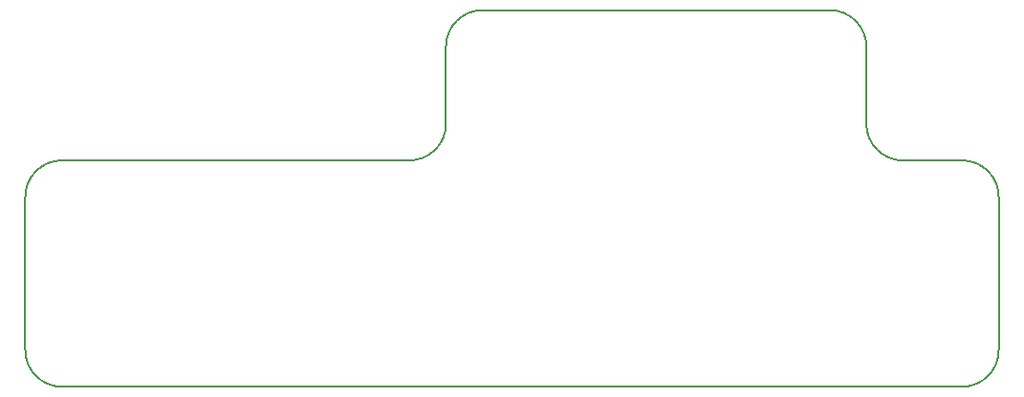
<source format=gm1>
%FSLAX25Y25*%
%MOIN*%
G70*
G01*
G75*
G04 Layer_Color=16711935*
%ADD10R,0.05512X0.23622*%
%ADD11R,0.05000X0.11496*%
%ADD12R,0.11496X0.05000*%
%ADD13C,0.02000*%
%ADD14C,0.02500*%
%ADD15C,0.01000*%
%ADD16C,0.01000*%
%ADD17R,0.04400X0.10896*%
%ADD18R,0.10896X0.04400*%
%ADD19R,0.06112X0.24222*%
%ADD20R,0.05600X0.12096*%
%ADD21R,0.12096X0.05600*%
%ADD22C,0.01600*%
%ADD23C,0.00600*%
D23*
X309400Y66000D02*
G03*
X296380Y79020I-12770J250D01*
G01*
X-16980D02*
G03*
X-30000Y66000I-250J-12770D01*
G01*
X263235Y92040D02*
G03*
X276255Y79020I12770J-250D01*
G01*
X103670D02*
G03*
X116690Y92040I250J12770D01*
G01*
X129685Y131500D02*
G03*
X116665Y118480I-250J-12770D01*
G01*
X-30000Y13000D02*
G03*
X-16980Y-20I12770J-250D01*
G01*
X296380D02*
G03*
X309400Y13000I250J12770D01*
G01*
X263250Y118480D02*
G03*
X250230Y131500I-12770J250D01*
G01*
X276255Y79020D02*
X296380D01*
X263250Y92040D02*
Y118480D01*
X116665Y92040D02*
Y118480D01*
X-16980Y79020D02*
X103670D01*
X129685Y131500D02*
X250230D01*
X309400Y13000D02*
Y66000D01*
X-16980Y2D02*
X296380Y-20D01*
X-30000Y13000D02*
Y66000D01*
M02*

</source>
